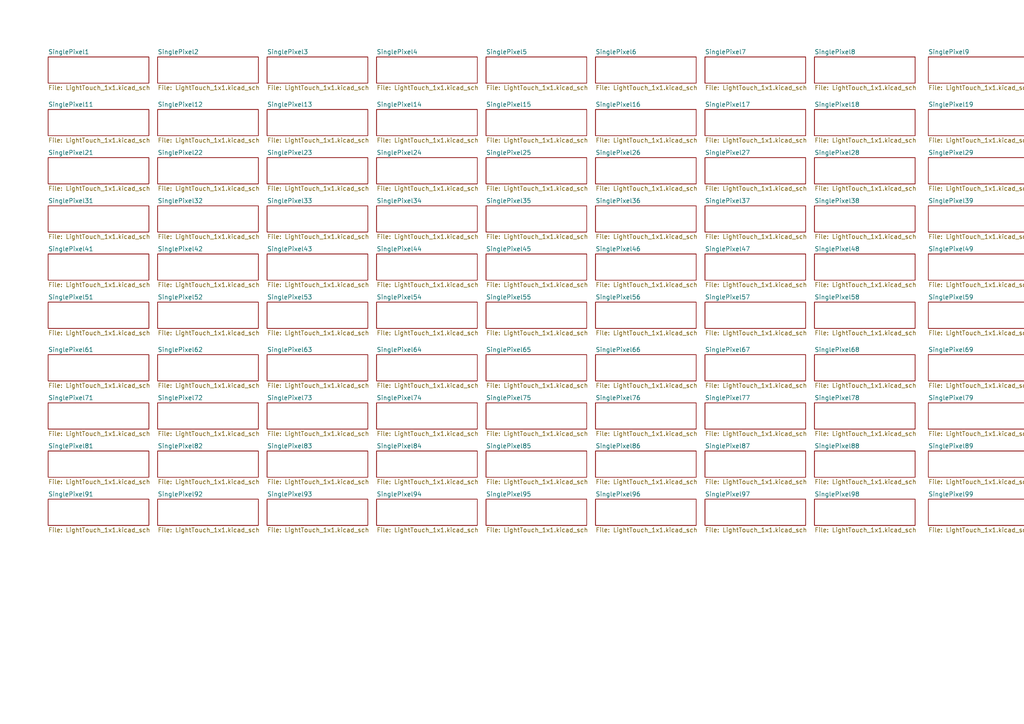
<source format=kicad_sch>
(kicad_sch
	(version 20250114)
	(generator "eeschema")
	(generator_version "9.0")
	(uuid "46dc7ff9-5ee8-4aa6-ae4f-f0407ca92e28")
	(paper "A4")
	(lib_symbols)
	(sheet
		(at 77.47 16.51)
		(size 29.21 7.62)
		(exclude_from_sim no)
		(in_bom yes)
		(on_board yes)
		(dnp no)
		(fields_autoplaced yes)
		(stroke
			(width 0.1524)
			(type solid)
		)
		(fill
			(color 0 0 0 0.0000)
		)
		(uuid "01a9dda1-c6c7-489a-bbcb-17c25dbff946")
		(property "Sheetname" "SinglePixel3"
			(at 77.47 15.7984 0)
			(effects
				(font
					(size 1.27 1.27)
				)
				(justify left bottom)
			)
		)
		(property "Sheetfile" "LightTouch_1x1.kicad_sch"
			(at 77.47 24.7146 0)
			(effects
				(font
					(size 1.27 1.27)
				)
				(justify left top)
			)
		)
		(instances
			(project "LightTouch_10x10"
				(path "/46dc7ff9-5ee8-4aa6-ae4f-f0407ca92e28"
					(page "3")
				)
			)
		)
	)
	(sheet
		(at 13.97 16.51)
		(size 29.21 7.62)
		(exclude_from_sim no)
		(in_bom yes)
		(on_board yes)
		(dnp no)
		(fields_autoplaced yes)
		(stroke
			(width 0.1524)
			(type solid)
		)
		(fill
			(color 0 0 0 0.0000)
		)
		(uuid "01e0514c-4452-4cd0-9070-af0c052bffe2")
		(property "Sheetname" "SinglePixel1"
			(at 13.97 15.7984 0)
			(effects
				(font
					(size 1.27 1.27)
				)
				(justify left bottom)
			)
		)
		(property "Sheetfile" "LightTouch_1x1.kicad_sch"
			(at 13.97 24.7146 0)
			(effects
				(font
					(size 1.27 1.27)
				)
				(justify left top)
			)
		)
		(instances
			(project "LightTouch_10x10"
				(path "/46dc7ff9-5ee8-4aa6-ae4f-f0407ca92e28"
					(page "1")
				)
			)
		)
	)
	(sheet
		(at 236.22 73.66)
		(size 29.21 7.62)
		(exclude_from_sim no)
		(in_bom yes)
		(on_board yes)
		(dnp no)
		(fields_autoplaced yes)
		(stroke
			(width 0.1524)
			(type solid)
		)
		(fill
			(color 0 0 0 0.0000)
		)
		(uuid "023700b7-9a5b-4f40-acbb-76b0597ca72a")
		(property "Sheetname" "SinglePixel48"
			(at 236.22 72.9484 0)
			(effects
				(font
					(size 1.27 1.27)
				)
				(justify left bottom)
			)
		)
		(property "Sheetfile" "LightTouch_1x1.kicad_sch"
			(at 236.22 81.8646 0)
			(effects
				(font
					(size 1.27 1.27)
				)
				(justify left top)
			)
		)
		(instances
			(project "LightTouch_10x10"
				(path "/46dc7ff9-5ee8-4aa6-ae4f-f0407ca92e28"
					(page "48")
				)
			)
		)
	)
	(sheet
		(at 236.22 31.75)
		(size 29.21 7.62)
		(exclude_from_sim no)
		(in_bom yes)
		(on_board yes)
		(dnp no)
		(fields_autoplaced yes)
		(stroke
			(width 0.1524)
			(type solid)
		)
		(fill
			(color 0 0 0 0.0000)
		)
		(uuid "03797204-a6e3-44ee-8f49-40b6dccb81b1")
		(property "Sheetname" "SinglePixel18"
			(at 236.22 31.0384 0)
			(effects
				(font
					(size 1.27 1.27)
				)
				(justify left bottom)
			)
		)
		(property "Sheetfile" "LightTouch_1x1.kicad_sch"
			(at 236.22 39.9546 0)
			(effects
				(font
					(size 1.27 1.27)
				)
				(justify left top)
			)
		)
		(instances
			(project "LightTouch_10x10"
				(path "/46dc7ff9-5ee8-4aa6-ae4f-f0407ca92e28"
					(page "18")
				)
			)
		)
	)
	(sheet
		(at 204.47 116.84)
		(size 29.21 7.62)
		(exclude_from_sim no)
		(in_bom yes)
		(on_board yes)
		(dnp no)
		(fields_autoplaced yes)
		(stroke
			(width 0.1524)
			(type solid)
		)
		(fill
			(color 0 0 0 0.0000)
		)
		(uuid "080ee3ff-d67e-45d2-b40e-d33471a3440b")
		(property "Sheetname" "SinglePixel77"
			(at 204.47 116.1284 0)
			(effects
				(font
					(size 1.27 1.27)
				)
				(justify left bottom)
			)
		)
		(property "Sheetfile" "LightTouch_1x1.kicad_sch"
			(at 204.47 125.0446 0)
			(effects
				(font
					(size 1.27 1.27)
				)
				(justify left top)
			)
		)
		(instances
			(project "LightTouch_10x10"
				(path "/46dc7ff9-5ee8-4aa6-ae4f-f0407ca92e28"
					(page "77")
				)
			)
		)
	)
	(sheet
		(at 302.26 102.87)
		(size 29.21 7.62)
		(exclude_from_sim no)
		(in_bom yes)
		(on_board yes)
		(dnp no)
		(fields_autoplaced yes)
		(stroke
			(width 0.1524)
			(type solid)
		)
		(fill
			(color 0 0 0 0.0000)
		)
		(uuid "0e6fd27c-c772-4a39-ab89-c5232101e2e8")
		(property "Sheetname" "SinglePixel70"
			(at 302.26 102.1584 0)
			(effects
				(font
					(size 1.27 1.27)
				)
				(justify left bottom)
			)
		)
		(property "Sheetfile" "LightTouch_1x1.kicad_sch"
			(at 302.26 111.0746 0)
			(effects
				(font
					(size 1.27 1.27)
				)
				(justify left top)
			)
		)
		(instances
			(project "LightTouch_10x10"
				(path "/46dc7ff9-5ee8-4aa6-ae4f-f0407ca92e28"
					(page "70")
				)
			)
		)
	)
	(sheet
		(at 109.22 116.84)
		(size 29.21 7.62)
		(exclude_from_sim no)
		(in_bom yes)
		(on_board yes)
		(dnp no)
		(fields_autoplaced yes)
		(stroke
			(width 0.1524)
			(type solid)
		)
		(fill
			(color 0 0 0 0.0000)
		)
		(uuid "0e7cecf0-07d4-4e70-8676-68a41f1d7bde")
		(property "Sheetname" "SinglePixel74"
			(at 109.22 116.1284 0)
			(effects
				(font
					(size 1.27 1.27)
				)
				(justify left bottom)
			)
		)
		(property "Sheetfile" "LightTouch_1x1.kicad_sch"
			(at 109.22 125.0446 0)
			(effects
				(font
					(size 1.27 1.27)
				)
				(justify left top)
			)
		)
		(instances
			(project "LightTouch_10x10"
				(path "/46dc7ff9-5ee8-4aa6-ae4f-f0407ca92e28"
					(page "74")
				)
			)
		)
	)
	(sheet
		(at 109.22 16.51)
		(size 29.21 7.62)
		(exclude_from_sim no)
		(in_bom yes)
		(on_board yes)
		(dnp no)
		(fields_autoplaced yes)
		(stroke
			(width 0.1524)
			(type solid)
		)
		(fill
			(color 0 0 0 0.0000)
		)
		(uuid "0fd09134-ad28-4577-a934-8a2597f9c248")
		(property "Sheetname" "SinglePixel4"
			(at 109.22 15.7984 0)
			(effects
				(font
					(size 1.27 1.27)
				)
				(justify left bottom)
			)
		)
		(property "Sheetfile" "LightTouch_1x1.kicad_sch"
			(at 109.22 24.7146 0)
			(effects
				(font
					(size 1.27 1.27)
				)
				(justify left top)
			)
		)
		(instances
			(project "LightTouch_10x10"
				(path "/46dc7ff9-5ee8-4aa6-ae4f-f0407ca92e28"
					(page "4")
				)
			)
		)
	)
	(sheet
		(at 302.26 59.69)
		(size 29.21 7.62)
		(exclude_from_sim no)
		(in_bom yes)
		(on_board yes)
		(dnp no)
		(fields_autoplaced yes)
		(stroke
			(width 0.1524)
			(type solid)
		)
		(fill
			(color 0 0 0 0.0000)
		)
		(uuid "120dc59c-9476-4203-8509-1854070490b2")
		(property "Sheetname" "SinglePixel40"
			(at 302.26 58.9784 0)
			(effects
				(font
					(size 1.27 1.27)
				)
				(justify left bottom)
			)
		)
		(property "Sheetfile" "LightTouch_1x1.kicad_sch"
			(at 302.26 67.8946 0)
			(effects
				(font
					(size 1.27 1.27)
				)
				(justify left top)
			)
		)
		(instances
			(project "LightTouch_10x10"
				(path "/46dc7ff9-5ee8-4aa6-ae4f-f0407ca92e28"
					(page "40")
				)
			)
		)
	)
	(sheet
		(at 269.24 73.66)
		(size 29.21 7.62)
		(exclude_from_sim no)
		(in_bom yes)
		(on_board yes)
		(dnp no)
		(fields_autoplaced yes)
		(stroke
			(width 0.1524)
			(type solid)
		)
		(fill
			(color 0 0 0 0.0000)
		)
		(uuid "13436358-a310-4606-a696-37d76876fdf6")
		(property "Sheetname" "SinglePixel49"
			(at 269.24 72.9484 0)
			(effects
				(font
					(size 1.27 1.27)
				)
				(justify left bottom)
			)
		)
		(property "Sheetfile" "LightTouch_1x1.kicad_sch"
			(at 269.24 81.8646 0)
			(effects
				(font
					(size 1.27 1.27)
				)
				(justify left top)
			)
		)
		(instances
			(project "LightTouch_10x10"
				(path "/46dc7ff9-5ee8-4aa6-ae4f-f0407ca92e28"
					(page "49")
				)
			)
		)
	)
	(sheet
		(at 302.26 130.81)
		(size 29.21 7.62)
		(exclude_from_sim no)
		(in_bom yes)
		(on_board yes)
		(dnp no)
		(fields_autoplaced yes)
		(stroke
			(width 0.1524)
			(type solid)
		)
		(fill
			(color 0 0 0 0.0000)
		)
		(uuid "14f7d3b6-311f-4aa5-9a04-d164e8b8b31b")
		(property "Sheetname" "SinglePixel90"
			(at 302.26 130.0984 0)
			(effects
				(font
					(size 1.27 1.27)
				)
				(justify left bottom)
			)
		)
		(property "Sheetfile" "LightTouch_1x1.kicad_sch"
			(at 302.26 139.0146 0)
			(effects
				(font
					(size 1.27 1.27)
				)
				(justify left top)
			)
		)
		(instances
			(project "LightTouch_10x10"
				(path "/46dc7ff9-5ee8-4aa6-ae4f-f0407ca92e28"
					(page "90")
				)
			)
		)
	)
	(sheet
		(at 302.26 45.72)
		(size 29.21 7.62)
		(exclude_from_sim no)
		(in_bom yes)
		(on_board yes)
		(dnp no)
		(fields_autoplaced yes)
		(stroke
			(width 0.1524)
			(type solid)
		)
		(fill
			(color 0 0 0 0.0000)
		)
		(uuid "16034fb1-7b00-445e-825b-36424a2a6884")
		(property "Sheetname" "SinglePixel30"
			(at 302.26 45.0084 0)
			(effects
				(font
					(size 1.27 1.27)
				)
				(justify left bottom)
			)
		)
		(property "Sheetfile" "LightTouch_1x1.kicad_sch"
			(at 302.26 53.9246 0)
			(effects
				(font
					(size 1.27 1.27)
				)
				(justify left top)
			)
		)
		(instances
			(project "LightTouch_10x10"
				(path "/46dc7ff9-5ee8-4aa6-ae4f-f0407ca92e28"
					(page "30")
				)
			)
		)
	)
	(sheet
		(at 109.22 87.63)
		(size 29.21 7.62)
		(exclude_from_sim no)
		(in_bom yes)
		(on_board yes)
		(dnp no)
		(fields_autoplaced yes)
		(stroke
			(width 0.1524)
			(type solid)
		)
		(fill
			(color 0 0 0 0.0000)
		)
		(uuid "16317a7e-3cf8-4ac8-a74d-0c8054182d6b")
		(property "Sheetname" "SinglePixel54"
			(at 109.22 86.9184 0)
			(effects
				(font
					(size 1.27 1.27)
				)
				(justify left bottom)
			)
		)
		(property "Sheetfile" "LightTouch_1x1.kicad_sch"
			(at 109.22 95.8346 0)
			(effects
				(font
					(size 1.27 1.27)
				)
				(justify left top)
			)
		)
		(instances
			(project "LightTouch_10x10"
				(path "/46dc7ff9-5ee8-4aa6-ae4f-f0407ca92e28"
					(page "54")
				)
			)
		)
	)
	(sheet
		(at 269.24 116.84)
		(size 29.21 7.62)
		(exclude_from_sim no)
		(in_bom yes)
		(on_board yes)
		(dnp no)
		(fields_autoplaced yes)
		(stroke
			(width 0.1524)
			(type solid)
		)
		(fill
			(color 0 0 0 0.0000)
		)
		(uuid "165e0137-6dec-427d-a42e-b393d61e2f8d")
		(property "Sheetname" "SinglePixel79"
			(at 269.24 116.1284 0)
			(effects
				(font
					(size 1.27 1.27)
				)
				(justify left bottom)
			)
		)
		(property "Sheetfile" "LightTouch_1x1.kicad_sch"
			(at 269.24 125.0446 0)
			(effects
				(font
					(size 1.27 1.27)
				)
				(justify left top)
			)
		)
		(instances
			(project "LightTouch_10x10"
				(path "/46dc7ff9-5ee8-4aa6-ae4f-f0407ca92e28"
					(page "79")
				)
			)
		)
	)
	(sheet
		(at 236.22 116.84)
		(size 29.21 7.62)
		(exclude_from_sim no)
		(in_bom yes)
		(on_board yes)
		(dnp no)
		(fields_autoplaced yes)
		(stroke
			(width 0.1524)
			(type solid)
		)
		(fill
			(color 0 0 0 0.0000)
		)
		(uuid "17412c7d-57f3-4177-bd58-f683c8326c81")
		(property "Sheetname" "SinglePixel78"
			(at 236.22 116.1284 0)
			(effects
				(font
					(size 1.27 1.27)
				)
				(justify left bottom)
			)
		)
		(property "Sheetfile" "LightTouch_1x1.kicad_sch"
			(at 236.22 125.0446 0)
			(effects
				(font
					(size 1.27 1.27)
				)
				(justify left top)
			)
		)
		(instances
			(project "LightTouch_10x10"
				(path "/46dc7ff9-5ee8-4aa6-ae4f-f0407ca92e28"
					(page "78")
				)
			)
		)
	)
	(sheet
		(at 140.97 87.63)
		(size 29.21 7.62)
		(exclude_from_sim no)
		(in_bom yes)
		(on_board yes)
		(dnp no)
		(fields_autoplaced yes)
		(stroke
			(width 0.1524)
			(type solid)
		)
		(fill
			(color 0 0 0 0.0000)
		)
		(uuid "195af5a5-2215-434d-8072-43aa27a27fa5")
		(property "Sheetname" "SinglePixel55"
			(at 140.97 86.9184 0)
			(effects
				(font
					(size 1.27 1.27)
				)
				(justify left bottom)
			)
		)
		(property "Sheetfile" "LightTouch_1x1.kicad_sch"
			(at 140.97 95.8346 0)
			(effects
				(font
					(size 1.27 1.27)
				)
				(justify left top)
			)
		)
		(instances
			(project "LightTouch_10x10"
				(path "/46dc7ff9-5ee8-4aa6-ae4f-f0407ca92e28"
					(page "55")
				)
			)
		)
	)
	(sheet
		(at 236.22 16.51)
		(size 29.21 7.62)
		(exclude_from_sim no)
		(in_bom yes)
		(on_board yes)
		(dnp no)
		(fields_autoplaced yes)
		(stroke
			(width 0.1524)
			(type solid)
		)
		(fill
			(color 0 0 0 0.0000)
		)
		(uuid "19df1b47-696a-4769-8cca-04c46ecbfb69")
		(property "Sheetname" "SinglePixel8"
			(at 236.22 15.7984 0)
			(effects
				(font
					(size 1.27 1.27)
				)
				(justify left bottom)
			)
		)
		(property "Sheetfile" "LightTouch_1x1.kicad_sch"
			(at 236.22 24.7146 0)
			(effects
				(font
					(size 1.27 1.27)
				)
				(justify left top)
			)
		)
		(instances
			(project "LightTouch_10x10"
				(path "/46dc7ff9-5ee8-4aa6-ae4f-f0407ca92e28"
					(page "8")
				)
			)
		)
	)
	(sheet
		(at 140.97 45.72)
		(size 29.21 7.62)
		(exclude_from_sim no)
		(in_bom yes)
		(on_board yes)
		(dnp no)
		(fields_autoplaced yes)
		(stroke
			(width 0.1524)
			(type solid)
		)
		(fill
			(color 0 0 0 0.0000)
		)
		(uuid "1a956729-7b05-4a42-b004-78ef37b10249")
		(property "Sheetname" "SinglePixel25"
			(at 140.97 45.0084 0)
			(effects
				(font
					(size 1.27 1.27)
				)
				(justify left bottom)
			)
		)
		(property "Sheetfile" "LightTouch_1x1.kicad_sch"
			(at 140.97 53.9246 0)
			(effects
				(font
					(size 1.27 1.27)
				)
				(justify left top)
			)
		)
		(instances
			(project "LightTouch_10x10"
				(path "/46dc7ff9-5ee8-4aa6-ae4f-f0407ca92e28"
					(page "25")
				)
			)
		)
	)
	(sheet
		(at 269.24 144.78)
		(size 29.21 7.62)
		(exclude_from_sim no)
		(in_bom yes)
		(on_board yes)
		(dnp no)
		(fields_autoplaced yes)
		(stroke
			(width 0.1524)
			(type solid)
		)
		(fill
			(color 0 0 0 0.0000)
		)
		(uuid "1bca2d0f-eeb4-4aff-95f0-b4925a9522b1")
		(property "Sheetname" "SinglePixel99"
			(at 269.24 144.0684 0)
			(effects
				(font
					(size 1.27 1.27)
				)
				(justify left bottom)
			)
		)
		(property "Sheetfile" "LightTouch_1x1.kicad_sch"
			(at 269.24 152.9846 0)
			(effects
				(font
					(size 1.27 1.27)
				)
				(justify left top)
			)
		)
		(instances
			(project "LightTouch_10x10"
				(path "/46dc7ff9-5ee8-4aa6-ae4f-f0407ca92e28"
					(page "99")
				)
			)
		)
	)
	(sheet
		(at 77.47 130.81)
		(size 29.21 7.62)
		(exclude_from_sim no)
		(in_bom yes)
		(on_board yes)
		(dnp no)
		(fields_autoplaced yes)
		(stroke
			(width 0.1524)
			(type solid)
		)
		(fill
			(color 0 0 0 0.0000)
		)
		(uuid "20460689-4e20-42fd-8e2c-9e3feed544d7")
		(property "Sheetname" "SinglePixel83"
			(at 77.47 130.0984 0)
			(effects
				(font
					(size 1.27 1.27)
				)
				(justify left bottom)
			)
		)
		(property "Sheetfile" "LightTouch_1x1.kicad_sch"
			(at 77.47 139.0146 0)
			(effects
				(font
					(size 1.27 1.27)
				)
				(justify left top)
			)
		)
		(instances
			(project "LightTouch_10x10"
				(path "/46dc7ff9-5ee8-4aa6-ae4f-f0407ca92e28"
					(page "83")
				)
			)
		)
	)
	(sheet
		(at 77.47 144.78)
		(size 29.21 7.62)
		(exclude_from_sim no)
		(in_bom yes)
		(on_board yes)
		(dnp no)
		(fields_autoplaced yes)
		(stroke
			(width 0.1524)
			(type solid)
		)
		(fill
			(color 0 0 0 0.0000)
		)
		(uuid "20dab2f0-01dc-42c2-89a9-4cbb157f1f26")
		(property "Sheetname" "SinglePixel93"
			(at 77.47 144.0684 0)
			(effects
				(font
					(size 1.27 1.27)
				)
				(justify left bottom)
			)
		)
		(property "Sheetfile" "LightTouch_1x1.kicad_sch"
			(at 77.47 152.9846 0)
			(effects
				(font
					(size 1.27 1.27)
				)
				(justify left top)
			)
		)
		(instances
			(project "LightTouch_10x10"
				(path "/46dc7ff9-5ee8-4aa6-ae4f-f0407ca92e28"
					(page "93")
				)
			)
		)
	)
	(sheet
		(at 302.26 73.66)
		(size 29.21 7.62)
		(exclude_from_sim no)
		(in_bom yes)
		(on_board yes)
		(dnp no)
		(fields_autoplaced yes)
		(stroke
			(width 0.1524)
			(type solid)
		)
		(fill
			(color 0 0 0 0.0000)
		)
		(uuid "20fe6a6a-f523-4ad1-85d9-71b1ed5df556")
		(property "Sheetname" "SinglePixel50"
			(at 302.26 72.9484 0)
			(effects
				(font
					(size 1.27 1.27)
				)
				(justify left bottom)
			)
		)
		(property "Sheetfile" "LightTouch_1x1.kicad_sch"
			(at 302.26 81.8646 0)
			(effects
				(font
					(size 1.27 1.27)
				)
				(justify left top)
			)
		)
		(instances
			(project "LightTouch_10x10"
				(path "/46dc7ff9-5ee8-4aa6-ae4f-f0407ca92e28"
					(page "50")
				)
			)
		)
	)
	(sheet
		(at 77.47 87.63)
		(size 29.21 7.62)
		(exclude_from_sim no)
		(in_bom yes)
		(on_board yes)
		(dnp no)
		(fields_autoplaced yes)
		(stroke
			(width 0.1524)
			(type solid)
		)
		(fill
			(color 0 0 0 0.0000)
		)
		(uuid "214c18fa-6cc9-44ea-ba11-542837e6c48f")
		(property "Sheetname" "SinglePixel53"
			(at 77.47 86.9184 0)
			(effects
				(font
					(size 1.27 1.27)
				)
				(justify left bottom)
			)
		)
		(property "Sheetfile" "LightTouch_1x1.kicad_sch"
			(at 77.47 95.8346 0)
			(effects
				(font
					(size 1.27 1.27)
				)
				(justify left top)
			)
		)
		(instances
			(project "LightTouch_10x10"
				(path "/46dc7ff9-5ee8-4aa6-ae4f-f0407ca92e28"
					(page "53")
				)
			)
		)
	)
	(sheet
		(at 204.47 45.72)
		(size 29.21 7.62)
		(exclude_from_sim no)
		(in_bom yes)
		(on_board yes)
		(dnp no)
		(fields_autoplaced yes)
		(stroke
			(width 0.1524)
			(type solid)
		)
		(fill
			(color 0 0 0 0.0000)
		)
		(uuid "239e5413-d92c-421b-b775-abe3dc66b1c9")
		(property "Sheetname" "SinglePixel27"
			(at 204.47 45.0084 0)
			(effects
				(font
					(size 1.27 1.27)
				)
				(justify left bottom)
			)
		)
		(property "Sheetfile" "LightTouch_1x1.kicad_sch"
			(at 204.47 53.9246 0)
			(effects
				(font
					(size 1.27 1.27)
				)
				(justify left top)
			)
		)
		(instances
			(project "LightTouch_10x10"
				(path "/46dc7ff9-5ee8-4aa6-ae4f-f0407ca92e28"
					(page "27")
				)
			)
		)
	)
	(sheet
		(at 236.22 87.63)
		(size 29.21 7.62)
		(exclude_from_sim no)
		(in_bom yes)
		(on_board yes)
		(dnp no)
		(fields_autoplaced yes)
		(stroke
			(width 0.1524)
			(type solid)
		)
		(fill
			(color 0 0 0 0.0000)
		)
		(uuid "29a3108d-784d-475a-872b-3227af2dbc49")
		(property "Sheetname" "SinglePixel58"
			(at 236.22 86.9184 0)
			(effects
				(font
					(size 1.27 1.27)
				)
				(justify left bottom)
			)
		)
		(property "Sheetfile" "LightTouch_1x1.kicad_sch"
			(at 236.22 95.8346 0)
			(effects
				(font
					(size 1.27 1.27)
				)
				(justify left top)
			)
		)
		(instances
			(project "LightTouch_10x10"
				(path "/46dc7ff9-5ee8-4aa6-ae4f-f0407ca92e28"
					(page "58")
				)
			)
		)
	)
	(sheet
		(at 302.26 116.84)
		(size 29.21 7.62)
		(exclude_from_sim no)
		(in_bom yes)
		(on_board yes)
		(dnp no)
		(fields_autoplaced yes)
		(stroke
			(width 0.1524)
			(type solid)
		)
		(fill
			(color 0 0 0 0.0000)
		)
		(uuid "2cfd92c3-b0b4-436c-89ac-65bc23b501bb")
		(property "Sheetname" "SinglePixel80"
			(at 302.26 116.1284 0)
			(effects
				(font
					(size 1.27 1.27)
				)
				(justify left bottom)
			)
		)
		(property "Sheetfile" "LightTouch_1x1.kicad_sch"
			(at 302.26 125.0446 0)
			(effects
				(font
					(size 1.27 1.27)
				)
				(justify left top)
			)
		)
		(instances
			(project "LightTouch_10x10"
				(path "/46dc7ff9-5ee8-4aa6-ae4f-f0407ca92e28"
					(page "80")
				)
			)
		)
	)
	(sheet
		(at 172.72 73.66)
		(size 29.21 7.62)
		(exclude_from_sim no)
		(in_bom yes)
		(on_board yes)
		(dnp no)
		(fields_autoplaced yes)
		(stroke
			(width 0.1524)
			(type solid)
		)
		(fill
			(color 0 0 0 0.0000)
		)
		(uuid "37ee489f-eae5-457e-a2c8-e44007fabdbb")
		(property "Sheetname" "SinglePixel46"
			(at 172.72 72.9484 0)
			(effects
				(font
					(size 1.27 1.27)
				)
				(justify left bottom)
			)
		)
		(property "Sheetfile" "LightTouch_1x1.kicad_sch"
			(at 172.72 81.8646 0)
			(effects
				(font
					(size 1.27 1.27)
				)
				(justify left top)
			)
		)
		(instances
			(project "LightTouch_10x10"
				(path "/46dc7ff9-5ee8-4aa6-ae4f-f0407ca92e28"
					(page "46")
				)
			)
		)
	)
	(sheet
		(at 236.22 59.69)
		(size 29.21 7.62)
		(exclude_from_sim no)
		(in_bom yes)
		(on_board yes)
		(dnp no)
		(fields_autoplaced yes)
		(stroke
			(width 0.1524)
			(type solid)
		)
		(fill
			(color 0 0 0 0.0000)
		)
		(uuid "3897df1e-5359-4c0f-bbdf-8a85baad667b")
		(property "Sheetname" "SinglePixel38"
			(at 236.22 58.9784 0)
			(effects
				(font
					(size 1.27 1.27)
				)
				(justify left bottom)
			)
		)
		(property "Sheetfile" "LightTouch_1x1.kicad_sch"
			(at 236.22 67.8946 0)
			(effects
				(font
					(size 1.27 1.27)
				)
				(justify left top)
			)
		)
		(instances
			(project "LightTouch_10x10"
				(path "/46dc7ff9-5ee8-4aa6-ae4f-f0407ca92e28"
					(page "38")
				)
			)
		)
	)
	(sheet
		(at 77.47 102.87)
		(size 29.21 7.62)
		(exclude_from_sim no)
		(in_bom yes)
		(on_board yes)
		(dnp no)
		(fields_autoplaced yes)
		(stroke
			(width 0.1524)
			(type solid)
		)
		(fill
			(color 0 0 0 0.0000)
		)
		(uuid "3a661136-5347-4149-9310-bf96c670f066")
		(property "Sheetname" "SinglePixel63"
			(at 77.47 102.1584 0)
			(effects
				(font
					(size 1.27 1.27)
				)
				(justify left bottom)
			)
		)
		(property "Sheetfile" "LightTouch_1x1.kicad_sch"
			(at 77.47 111.0746 0)
			(effects
				(font
					(size 1.27 1.27)
				)
				(justify left top)
			)
		)
		(instances
			(project "LightTouch_10x10"
				(path "/46dc7ff9-5ee8-4aa6-ae4f-f0407ca92e28"
					(page "63")
				)
			)
		)
	)
	(sheet
		(at 45.72 116.84)
		(size 29.21 7.62)
		(exclude_from_sim no)
		(in_bom yes)
		(on_board yes)
		(dnp no)
		(fields_autoplaced yes)
		(stroke
			(width 0.1524)
			(type solid)
		)
		(fill
			(color 0 0 0 0.0000)
		)
		(uuid "3b995206-b013-401c-bd52-62c7ac15d94e")
		(property "Sheetname" "SinglePixel72"
			(at 45.72 116.1284 0)
			(effects
				(font
					(size 1.27 1.27)
				)
				(justify left bottom)
			)
		)
		(property "Sheetfile" "LightTouch_1x1.kicad_sch"
			(at 45.72 125.0446 0)
			(effects
				(font
					(size 1.27 1.27)
				)
				(justify left top)
			)
		)
		(instances
			(project "LightTouch_10x10"
				(path "/46dc7ff9-5ee8-4aa6-ae4f-f0407ca92e28"
					(page "72")
				)
			)
		)
	)
	(sheet
		(at 140.97 31.75)
		(size 29.21 7.62)
		(exclude_from_sim no)
		(in_bom yes)
		(on_board yes)
		(dnp no)
		(fields_autoplaced yes)
		(stroke
			(width 0.1524)
			(type solid)
		)
		(fill
			(color 0 0 0 0.0000)
		)
		(uuid "3c1ad2c1-241e-4cae-8334-d63b3fff399a")
		(property "Sheetname" "SinglePixel15"
			(at 140.97 31.0384 0)
			(effects
				(font
					(size 1.27 1.27)
				)
				(justify left bottom)
			)
		)
		(property "Sheetfile" "LightTouch_1x1.kicad_sch"
			(at 140.97 39.9546 0)
			(effects
				(font
					(size 1.27 1.27)
				)
				(justify left top)
			)
		)
		(instances
			(project "LightTouch_10x10"
				(path "/46dc7ff9-5ee8-4aa6-ae4f-f0407ca92e28"
					(page "15")
				)
			)
		)
	)
	(sheet
		(at 140.97 16.51)
		(size 29.21 7.62)
		(exclude_from_sim no)
		(in_bom yes)
		(on_board yes)
		(dnp no)
		(fields_autoplaced yes)
		(stroke
			(width 0.1524)
			(type solid)
		)
		(fill
			(color 0 0 0 0.0000)
		)
		(uuid "3c231555-567c-4f52-9021-63f08d5fb3cb")
		(property "Sheetname" "SinglePixel5"
			(at 140.97 15.7984 0)
			(effects
				(font
					(size 1.27 1.27)
				)
				(justify left bottom)
			)
		)
		(property "Sheetfile" "LightTouch_1x1.kicad_sch"
			(at 140.97 24.7146 0)
			(effects
				(font
					(size 1.27 1.27)
				)
				(justify left top)
			)
		)
		(instances
			(project "LightTouch_10x10"
				(path "/46dc7ff9-5ee8-4aa6-ae4f-f0407ca92e28"
					(page "5")
				)
			)
		)
	)
	(sheet
		(at 109.22 31.75)
		(size 29.21 7.62)
		(exclude_from_sim no)
		(in_bom yes)
		(on_board yes)
		(dnp no)
		(fields_autoplaced yes)
		(stroke
			(width 0.1524)
			(type solid)
		)
		(fill
			(color 0 0 0 0.0000)
		)
		(uuid "3c5ce6e7-eae3-42b6-9151-ceb91fe57c81")
		(property "Sheetname" "SinglePixel14"
			(at 109.22 31.0384 0)
			(effects
				(font
					(size 1.27 1.27)
				)
				(justify left bottom)
			)
		)
		(property "Sheetfile" "LightTouch_1x1.kicad_sch"
			(at 109.22 39.9546 0)
			(effects
				(font
					(size 1.27 1.27)
				)
				(justify left top)
			)
		)
		(instances
			(project "LightTouch_10x10"
				(path "/46dc7ff9-5ee8-4aa6-ae4f-f0407ca92e28"
					(page "14")
				)
			)
		)
	)
	(sheet
		(at 236.22 130.81)
		(size 29.21 7.62)
		(exclude_from_sim no)
		(in_bom yes)
		(on_board yes)
		(dnp no)
		(fields_autoplaced yes)
		(stroke
			(width 0.1524)
			(type solid)
		)
		(fill
			(color 0 0 0 0.0000)
		)
		(uuid "3d6ac068-f320-4e46-ae18-eeff4ec5fcc4")
		(property "Sheetname" "SinglePixel88"
			(at 236.22 130.0984 0)
			(effects
				(font
					(size 1.27 1.27)
				)
				(justify left bottom)
			)
		)
		(property "Sheetfile" "LightTouch_1x1.kicad_sch"
			(at 236.22 139.0146 0)
			(effects
				(font
					(size 1.27 1.27)
				)
				(justify left top)
			)
		)
		(instances
			(project "LightTouch_10x10"
				(path "/46dc7ff9-5ee8-4aa6-ae4f-f0407ca92e28"
					(page "88")
				)
			)
		)
	)
	(sheet
		(at 13.97 31.75)
		(size 29.21 7.62)
		(exclude_from_sim no)
		(in_bom yes)
		(on_board yes)
		(dnp no)
		(fields_autoplaced yes)
		(stroke
			(width 0.1524)
			(type solid)
		)
		(fill
			(color 0 0 0 0.0000)
		)
		(uuid "3f7f3567-bab6-4199-a61e-dfb352090ba6")
		(property "Sheetname" "SinglePixel11"
			(at 13.97 31.0384 0)
			(effects
				(font
					(size 1.27 1.27)
				)
				(justify left bottom)
			)
		)
		(property "Sheetfile" "LightTouch_1x1.kicad_sch"
			(at 13.97 39.9546 0)
			(effects
				(font
					(size 1.27 1.27)
				)
				(justify left top)
			)
		)
		(instances
			(project "LightTouch_10x10"
				(path "/46dc7ff9-5ee8-4aa6-ae4f-f0407ca92e28"
					(page "11")
				)
			)
		)
	)
	(sheet
		(at 13.97 59.69)
		(size 29.21 7.62)
		(exclude_from_sim no)
		(in_bom yes)
		(on_board yes)
		(dnp no)
		(fields_autoplaced yes)
		(stroke
			(width 0.1524)
			(type solid)
		)
		(fill
			(color 0 0 0 0.0000)
		)
		(uuid "44dda154-d15a-4029-8442-74bea96f831f")
		(property "Sheetname" "SinglePixel31"
			(at 13.97 58.9784 0)
			(effects
				(font
					(size 1.27 1.27)
				)
				(justify left bottom)
			)
		)
		(property "Sheetfile" "LightTouch_1x1.kicad_sch"
			(at 13.97 67.8946 0)
			(effects
				(font
					(size 1.27 1.27)
				)
				(justify left top)
			)
		)
		(instances
			(project "LightTouch_10x10"
				(path "/46dc7ff9-5ee8-4aa6-ae4f-f0407ca92e28"
					(page "31")
				)
			)
		)
	)
	(sheet
		(at 140.97 144.78)
		(size 29.21 7.62)
		(exclude_from_sim no)
		(in_bom yes)
		(on_board yes)
		(dnp no)
		(fields_autoplaced yes)
		(stroke
			(width 0.1524)
			(type solid)
		)
		(fill
			(color 0 0 0 0.0000)
		)
		(uuid "46dbf497-de4b-45c3-a0be-d0496a781e4d")
		(property "Sheetname" "SinglePixel95"
			(at 140.97 144.0684 0)
			(effects
				(font
					(size 1.27 1.27)
				)
				(justify left bottom)
			)
		)
		(property "Sheetfile" "LightTouch_1x1.kicad_sch"
			(at 140.97 152.9846 0)
			(effects
				(font
					(size 1.27 1.27)
				)
				(justify left top)
			)
		)
		(instances
			(project "LightTouch_10x10"
				(path "/46dc7ff9-5ee8-4aa6-ae4f-f0407ca92e28"
					(page "95")
				)
			)
		)
	)
	(sheet
		(at 77.47 59.69)
		(size 29.21 7.62)
		(exclude_from_sim no)
		(in_bom yes)
		(on_board yes)
		(dnp no)
		(fields_autoplaced yes)
		(stroke
			(width 0.1524)
			(type solid)
		)
		(fill
			(color 0 0 0 0.0000)
		)
		(uuid "46ed0c57-de6a-448b-b2f6-ed01e1cfbca5")
		(property "Sheetname" "SinglePixel33"
			(at 77.47 58.9784 0)
			(effects
				(font
					(size 1.27 1.27)
				)
				(justify left bottom)
			)
		)
		(property "Sheetfile" "LightTouch_1x1.kicad_sch"
			(at 77.47 67.8946 0)
			(effects
				(font
					(size 1.27 1.27)
				)
				(justify left top)
			)
		)
		(instances
			(project "LightTouch_10x10"
				(path "/46dc7ff9-5ee8-4aa6-ae4f-f0407ca92e28"
					(page "33")
				)
			)
		)
	)
	(sheet
		(at 302.26 16.51)
		(size 29.21 7.62)
		(exclude_from_sim no)
		(in_bom yes)
		(on_board yes)
		(dnp no)
		(fields_autoplaced yes)
		(stroke
			(width 0.1524)
			(type solid)
		)
		(fill
			(color 0 0 0 0.0000)
		)
		(uuid "485d1ee5-541b-4a2b-a199-a190b3251ffd")
		(property "Sheetname" "SinglePixel10"
			(at 302.26 15.7984 0)
			(effects
				(font
					(size 1.27 1.27)
				)
				(justify left bottom)
			)
		)
		(property "Sheetfile" "LightTouch_1x1.kicad_sch"
			(at 302.26 24.7146 0)
			(effects
				(font
					(size 1.27 1.27)
				)
				(justify left top)
			)
		)
		(instances
			(project "LightTouch_10x10"
				(path "/46dc7ff9-5ee8-4aa6-ae4f-f0407ca92e28"
					(page "10")
				)
			)
		)
	)
	(sheet
		(at 45.72 59.69)
		(size 29.21 7.62)
		(exclude_from_sim no)
		(in_bom yes)
		(on_board yes)
		(dnp no)
		(fields_autoplaced yes)
		(stroke
			(width 0.1524)
			(type solid)
		)
		(fill
			(color 0 0 0 0.0000)
		)
		(uuid "4b256045-a3cb-496d-af3d-84bcf76584ee")
		(property "Sheetname" "SinglePixel32"
			(at 45.72 58.9784 0)
			(effects
				(font
					(size 1.27 1.27)
				)
				(justify left bottom)
			)
		)
		(property "Sheetfile" "LightTouch_1x1.kicad_sch"
			(at 45.72 67.8946 0)
			(effects
				(font
					(size 1.27 1.27)
				)
				(justify left top)
			)
		)
		(instances
			(project "LightTouch_10x10"
				(path "/46dc7ff9-5ee8-4aa6-ae4f-f0407ca92e28"
					(page "32")
				)
			)
		)
	)
	(sheet
		(at 13.97 87.63)
		(size 29.21 7.62)
		(exclude_from_sim no)
		(in_bom yes)
		(on_board yes)
		(dnp no)
		(fields_autoplaced yes)
		(stroke
			(width 0.1524)
			(type solid)
		)
		(fill
			(color 0 0 0 0.0000)
		)
		(uuid "4c84f249-a13c-46b8-a1d2-86716fff7a02")
		(property "Sheetname" "SinglePixel51"
			(at 13.97 86.9184 0)
			(effects
				(font
					(size 1.27 1.27)
				)
				(justify left bottom)
			)
		)
		(property "Sheetfile" "LightTouch_1x1.kicad_sch"
			(at 13.97 95.8346 0)
			(effects
				(font
					(size 1.27 1.27)
				)
				(justify left top)
			)
		)
		(instances
			(project "LightTouch_10x10"
				(path "/46dc7ff9-5ee8-4aa6-ae4f-f0407ca92e28"
					(page "51")
				)
			)
		)
	)
	(sheet
		(at 109.22 102.87)
		(size 29.21 7.62)
		(exclude_from_sim no)
		(in_bom yes)
		(on_board yes)
		(dnp no)
		(fields_autoplaced yes)
		(stroke
			(width 0.1524)
			(type solid)
		)
		(fill
			(color 0 0 0 0.0000)
		)
		(uuid "4c9f728c-1b03-4705-9ccf-984e2f320951")
		(property "Sheetname" "SinglePixel64"
			(at 109.22 102.1584 0)
			(effects
				(font
					(size 1.27 1.27)
				)
				(justify left bottom)
			)
		)
		(property "Sheetfile" "LightTouch_1x1.kicad_sch"
			(at 109.22 111.0746 0)
			(effects
				(font
					(size 1.27 1.27)
				)
				(justify left top)
			)
		)
		(instances
			(project "LightTouch_10x10"
				(path "/46dc7ff9-5ee8-4aa6-ae4f-f0407ca92e28"
					(page "64")
				)
			)
		)
	)
	(sheet
		(at 204.47 59.69)
		(size 29.21 7.62)
		(exclude_from_sim no)
		(in_bom yes)
		(on_board yes)
		(dnp no)
		(fields_autoplaced yes)
		(stroke
			(width 0.1524)
			(type solid)
		)
		(fill
			(color 0 0 0 0.0000)
		)
		(uuid "4d47b320-ba73-4693-9b86-abbdcc9be5ac")
		(property "Sheetname" "SinglePixel37"
			(at 204.47 58.9784 0)
			(effects
				(font
					(size 1.27 1.27)
				)
				(justify left bottom)
			)
		)
		(property "Sheetfile" "LightTouch_1x1.kicad_sch"
			(at 204.47 67.8946 0)
			(effects
				(font
					(size 1.27 1.27)
				)
				(justify left top)
			)
		)
		(instances
			(project "LightTouch_10x10"
				(path "/46dc7ff9-5ee8-4aa6-ae4f-f0407ca92e28"
					(page "37")
				)
			)
		)
	)
	(sheet
		(at 13.97 45.72)
		(size 29.21 7.62)
		(exclude_from_sim no)
		(in_bom yes)
		(on_board yes)
		(dnp no)
		(fields_autoplaced yes)
		(stroke
			(width 0.1524)
			(type solid)
		)
		(fill
			(color 0 0 0 0.0000)
		)
		(uuid "4fb343bd-c172-4787-8d81-2c184da7b7b6")
		(property "Sheetname" "SinglePixel21"
			(at 13.97 45.0084 0)
			(effects
				(font
					(size 1.27 1.27)
				)
				(justify left bottom)
			)
		)
		(property "Sheetfile" "LightTouch_1x1.kicad_sch"
			(at 13.97 53.9246 0)
			(effects
				(font
					(size 1.27 1.27)
				)
				(justify left top)
			)
		)
		(instances
			(project "LightTouch_10x10"
				(path "/46dc7ff9-5ee8-4aa6-ae4f-f0407ca92e28"
					(page "21")
				)
			)
		)
	)
	(sheet
		(at 302.26 31.75)
		(size 29.21 7.62)
		(exclude_from_sim no)
		(in_bom yes)
		(on_board yes)
		(dnp no)
		(fields_autoplaced yes)
		(stroke
			(width 0.1524)
			(type solid)
		)
		(fill
			(color 0 0 0 0.0000)
		)
		(uuid "501ca31e-4071-42c9-9492-7faeea6029b4")
		(property "Sheetname" "SinglePixel20"
			(at 302.26 31.0384 0)
			(effects
				(font
					(size 1.27 1.27)
				)
				(justify left bottom)
			)
		)
		(property "Sheetfile" "LightTouch_1x1.kicad_sch"
			(at 302.26 39.9546 0)
			(effects
				(font
					(size 1.27 1.27)
				)
				(justify left top)
			)
		)
		(instances
			(project "LightTouch_10x10"
				(path "/46dc7ff9-5ee8-4aa6-ae4f-f0407ca92e28"
					(page "20")
				)
			)
		)
	)
	(sheet
		(at 236.22 45.72)
		(size 29.21 7.62)
		(exclude_from_sim no)
		(in_bom yes)
		(on_board yes)
		(dnp no)
		(fields_autoplaced yes)
		(stroke
			(width 0.1524)
			(type solid)
		)
		(fill
			(color 0 0 0 0.0000)
		)
		(uuid "50de2059-6cb2-46e7-8325-46b8758a5bd6")
		(property "Sheetname" "SinglePixel28"
			(at 236.22 45.0084 0)
			(effects
				(font
					(size 1.27 1.27)
				)
				(justify left bottom)
			)
		)
		(property "Sheetfile" "LightTouch_1x1.kicad_sch"
			(at 236.22 53.9246 0)
			(effects
				(font
					(size 1.27 1.27)
				)
				(justify left top)
			)
		)
		(instances
			(project "LightTouch_10x10"
				(path "/46dc7ff9-5ee8-4aa6-ae4f-f0407ca92e28"
					(page "28")
				)
			)
		)
	)
	(sheet
		(at 269.24 102.87)
		(size 29.21 7.62)
		(exclude_from_sim no)
		(in_bom yes)
		(on_board yes)
		(dnp no)
		(fields_autoplaced yes)
		(stroke
			(width 0.1524)
			(type solid)
		)
		(fill
			(color 0 0 0 0.0000)
		)
		(uuid "527e2b28-f696-48f0-8fef-afd6313da5ed")
		(property "Sheetname" "SinglePixel69"
			(at 269.24 102.1584 0)
			(effects
				(font
					(size 1.27 1.27)
				)
				(justify left bottom)
			)
		)
		(property "Sheetfile" "LightTouch_1x1.kicad_sch"
			(at 269.24 111.0746 0)
			(effects
				(font
					(size 1.27 1.27)
				)
				(justify left top)
			)
		)
		(instances
			(project "LightTouch_10x10"
				(path "/46dc7ff9-5ee8-4aa6-ae4f-f0407ca92e28"
					(page "69")
				)
			)
		)
	)
	(sheet
		(at 77.47 73.66)
		(size 29.21 7.62)
		(exclude_from_sim no)
		(in_bom yes)
		(on_board yes)
		(dnp no)
		(fields_autoplaced yes)
		(stroke
			(width 0.1524)
			(type solid)
		)
		(fill
			(color 0 0 0 0.0000)
		)
		(uuid "55705da8-5228-4414-84fc-87f6f6bc1c7c")
		(property "Sheetname" "SinglePixel43"
			(at 77.47 72.9484 0)
			(effects
				(font
					(size 1.27 1.27)
				)
				(justify left bottom)
			)
		)
		(property "Sheetfile" "LightTouch_1x1.kicad_sch"
			(at 77.47 81.8646 0)
			(effects
				(font
					(size 1.27 1.27)
				)
				(justify left top)
			)
		)
		(instances
			(project "LightTouch_10x10"
				(path "/46dc7ff9-5ee8-4aa6-ae4f-f0407ca92e28"
					(page "43")
				)
			)
		)
	)
	(sheet
		(at 109.22 59.69)
		(size 29.21 7.62)
		(exclude_from_sim no)
		(in_bom yes)
		(on_board yes)
		(dnp no)
		(fields_autoplaced yes)
		(stroke
			(width 0.1524)
			(type solid)
		)
		(fill
			(color 0 0 0 0.0000)
		)
		(uuid "55e1c2d9-6dc0-4d4f-8742-3e7120ae0942")
		(property "Sheetname" "SinglePixel34"
			(at 109.22 58.9784 0)
			(effects
				(font
					(size 1.27 1.27)
				)
				(justify left bottom)
			)
		)
		(property "Sheetfile" "LightTouch_1x1.kicad_sch"
			(at 109.22 67.8946 0)
			(effects
				(font
					(size 1.27 1.27)
				)
				(justify left top)
			)
		)
		(instances
			(project "LightTouch_10x10"
				(path "/46dc7ff9-5ee8-4aa6-ae4f-f0407ca92e28"
					(page "34")
				)
			)
		)
	)
	(sheet
		(at 140.97 102.87)
		(size 29.21 7.62)
		(exclude_from_sim no)
		(in_bom yes)
		(on_board yes)
		(dnp no)
		(fields_autoplaced yes)
		(stroke
			(width 0.1524)
			(type solid)
		)
		(fill
			(color 0 0 0 0.0000)
		)
		(uuid "5694dec9-e954-4b51-86dc-e4ff18417469")
		(property "Sheetname" "SinglePixel65"
			(at 140.97 102.1584 0)
			(effects
				(font
					(size 1.27 1.27)
				)
				(justify left bottom)
			)
		)
		(property "Sheetfile" "LightTouch_1x1.kicad_sch"
			(at 140.97 111.0746 0)
			(effects
				(font
					(size 1.27 1.27)
				)
				(justify left top)
			)
		)
		(instances
			(project "LightTouch_10x10"
				(path "/46dc7ff9-5ee8-4aa6-ae4f-f0407ca92e28"
					(page "65")
				)
			)
		)
	)
	(sheet
		(at 45.72 87.63)
		(size 29.21 7.62)
		(exclude_from_sim no)
		(in_bom yes)
		(on_board yes)
		(dnp no)
		(fields_autoplaced yes)
		(stroke
			(width 0.1524)
			(type solid)
		)
		(fill
			(color 0 0 0 0.0000)
		)
		(uuid "56d88f18-4364-4958-953b-64f917ada8e8")
		(property "Sheetname" "SinglePixel52"
			(at 45.72 86.9184 0)
			(effects
				(font
					(size 1.27 1.27)
				)
				(justify left bottom)
			)
		)
		(property "Sheetfile" "LightTouch_1x1.kicad_sch"
			(at 45.72 95.8346 0)
			(effects
				(font
					(size 1.27 1.27)
				)
				(justify left top)
			)
		)
		(instances
			(project "LightTouch_10x10"
				(path "/46dc7ff9-5ee8-4aa6-ae4f-f0407ca92e28"
					(page "52")
				)
			)
		)
	)
	(sheet
		(at 204.47 16.51)
		(size 29.21 7.62)
		(exclude_from_sim no)
		(in_bom yes)
		(on_board yes)
		(dnp no)
		(fields_autoplaced yes)
		(stroke
			(width 0.1524)
			(type solid)
		)
		(fill
			(color 0 0 0 0.0000)
		)
		(uuid "572e8c2c-3887-4279-913f-4257fe05c4a9")
		(property "Sheetname" "SinglePixel7"
			(at 204.47 15.7984 0)
			(effects
				(font
					(size 1.27 1.27)
				)
				(justify left bottom)
			)
		)
		(property "Sheetfile" "LightTouch_1x1.kicad_sch"
			(at 204.47 24.7146 0)
			(effects
				(font
					(size 1.27 1.27)
				)
				(justify left top)
			)
		)
		(instances
			(project "LightTouch_10x10"
				(path "/46dc7ff9-5ee8-4aa6-ae4f-f0407ca92e28"
					(page "7")
				)
			)
		)
	)
	(sheet
		(at 77.47 45.72)
		(size 29.21 7.62)
		(exclude_from_sim no)
		(in_bom yes)
		(on_board yes)
		(dnp no)
		(fields_autoplaced yes)
		(stroke
			(width 0.1524)
			(type solid)
		)
		(fill
			(color 0 0 0 0.0000)
		)
		(uuid "5e8b2d57-2943-4b5a-820b-1a1954a2b195")
		(property "Sheetname" "SinglePixel23"
			(at 77.47 45.0084 0)
			(effects
				(font
					(size 1.27 1.27)
				)
				(justify left bottom)
			)
		)
		(property "Sheetfile" "LightTouch_1x1.kicad_sch"
			(at 77.47 53.9246 0)
			(effects
				(font
					(size 1.27 1.27)
				)
				(justify left top)
			)
		)
		(instances
			(project "LightTouch_10x10"
				(path "/46dc7ff9-5ee8-4aa6-ae4f-f0407ca92e28"
					(page "23")
				)
			)
		)
	)
	(sheet
		(at 204.47 130.81)
		(size 29.21 7.62)
		(exclude_from_sim no)
		(in_bom yes)
		(on_board yes)
		(dnp no)
		(fields_autoplaced yes)
		(stroke
			(width 0.1524)
			(type solid)
		)
		(fill
			(color 0 0 0 0.0000)
		)
		(uuid "6134c39f-57c8-47d3-8069-e5f9c2706e44")
		(property "Sheetname" "SinglePixel87"
			(at 204.47 130.0984 0)
			(effects
				(font
					(size 1.27 1.27)
				)
				(justify left bottom)
			)
		)
		(property "Sheetfile" "LightTouch_1x1.kicad_sch"
			(at 204.47 139.0146 0)
			(effects
				(font
					(size 1.27 1.27)
				)
				(justify left top)
			)
		)
		(instances
			(project "LightTouch_10x10"
				(path "/46dc7ff9-5ee8-4aa6-ae4f-f0407ca92e28"
					(page "87")
				)
			)
		)
	)
	(sheet
		(at 13.97 102.87)
		(size 29.21 7.62)
		(exclude_from_sim no)
		(in_bom yes)
		(on_board yes)
		(dnp no)
		(fields_autoplaced yes)
		(stroke
			(width 0.1524)
			(type solid)
		)
		(fill
			(color 0 0 0 0.0000)
		)
		(uuid "64ac4398-04e1-4f99-93f5-e5e23621b330")
		(property "Sheetname" "SinglePixel61"
			(at 13.97 102.1584 0)
			(effects
				(font
					(size 1.27 1.27)
				)
				(justify left bottom)
			)
		)
		(property "Sheetfile" "LightTouch_1x1.kicad_sch"
			(at 13.97 111.0746 0)
			(effects
				(font
					(size 1.27 1.27)
				)
				(justify left top)
			)
		)
		(instances
			(project "LightTouch_10x10"
				(path "/46dc7ff9-5ee8-4aa6-ae4f-f0407ca92e28"
					(page "61")
				)
			)
		)
	)
	(sheet
		(at 45.72 102.87)
		(size 29.21 7.62)
		(exclude_from_sim no)
		(in_bom yes)
		(on_board yes)
		(dnp no)
		(fields_autoplaced yes)
		(stroke
			(width 0.1524)
			(type solid)
		)
		(fill
			(color 0 0 0 0.0000)
		)
		(uuid "682bd366-4f0e-4fc5-9608-7d61bc07d691")
		(property "Sheetname" "SinglePixel62"
			(at 45.72 102.1584 0)
			(effects
				(font
					(size 1.27 1.27)
				)
				(justify left bottom)
			)
		)
		(property "Sheetfile" "LightTouch_1x1.kicad_sch"
			(at 45.72 111.0746 0)
			(effects
				(font
					(size 1.27 1.27)
				)
				(justify left top)
			)
		)
		(instances
			(project "LightTouch_10x10"
				(path "/46dc7ff9-5ee8-4aa6-ae4f-f0407ca92e28"
					(page "62")
				)
			)
		)
	)
	(sheet
		(at 172.72 102.87)
		(size 29.21 7.62)
		(exclude_from_sim no)
		(in_bom yes)
		(on_board yes)
		(dnp no)
		(fields_autoplaced yes)
		(stroke
			(width 0.1524)
			(type solid)
		)
		(fill
			(color 0 0 0 0.0000)
		)
		(uuid "6b96cabd-d65c-4d3f-8468-5c9f24640d91")
		(property "Sheetname" "SinglePixel66"
			(at 172.72 102.1584 0)
			(effects
				(font
					(size 1.27 1.27)
				)
				(justify left bottom)
			)
		)
		(property "Sheetfile" "LightTouch_1x1.kicad_sch"
			(at 172.72 111.0746 0)
			(effects
				(font
					(size 1.27 1.27)
				)
				(justify left top)
			)
		)
		(instances
			(project "LightTouch_10x10"
				(path "/46dc7ff9-5ee8-4aa6-ae4f-f0407ca92e28"
					(page "66")
				)
			)
		)
	)
	(sheet
		(at 77.47 31.75)
		(size 29.21 7.62)
		(exclude_from_sim no)
		(in_bom yes)
		(on_board yes)
		(dnp no)
		(fields_autoplaced yes)
		(stroke
			(width 0.1524)
			(type solid)
		)
		(fill
			(color 0 0 0 0.0000)
		)
		(uuid "6da31f35-3e46-4b56-b297-98b9274fe7ac")
		(property "Sheetname" "SinglePixel13"
			(at 77.47 31.0384 0)
			(effects
				(font
					(size 1.27 1.27)
				)
				(justify left bottom)
			)
		)
		(property "Sheetfile" "LightTouch_1x1.kicad_sch"
			(at 77.47 39.9546 0)
			(effects
				(font
					(size 1.27 1.27)
				)
				(justify left top)
			)
		)
		(instances
			(project "LightTouch_10x10"
				(path "/46dc7ff9-5ee8-4aa6-ae4f-f0407ca92e28"
					(page "13")
				)
			)
		)
	)
	(sheet
		(at 13.97 130.81)
		(size 29.21 7.62)
		(exclude_from_sim no)
		(in_bom yes)
		(on_board yes)
		(dnp no)
		(fields_autoplaced yes)
		(stroke
			(width 0.1524)
			(type solid)
		)
		(fill
			(color 0 0 0 0.0000)
		)
		(uuid "75d8147a-95bb-4100-9ce6-438a766c9aaf")
		(property "Sheetname" "SinglePixel81"
			(at 13.97 130.0984 0)
			(effects
				(font
					(size 1.27 1.27)
				)
				(justify left bottom)
			)
		)
		(property "Sheetfile" "LightTouch_1x1.kicad_sch"
			(at 13.97 139.0146 0)
			(effects
				(font
					(size 1.27 1.27)
				)
				(justify left top)
			)
		)
		(instances
			(project "LightTouch_10x10"
				(path "/46dc7ff9-5ee8-4aa6-ae4f-f0407ca92e28"
					(page "81")
				)
			)
		)
	)
	(sheet
		(at 269.24 16.51)
		(size 29.21 7.62)
		(exclude_from_sim no)
		(in_bom yes)
		(on_board yes)
		(dnp no)
		(fields_autoplaced yes)
		(stroke
			(width 0.1524)
			(type solid)
		)
		(fill
			(color 0 0 0 0.0000)
		)
		(uuid "7a233ddf-e676-43c6-9a6b-ae4bc109caea")
		(property "Sheetname" "SinglePixel9"
			(at 269.24 15.7984 0)
			(effects
				(font
					(size 1.27 1.27)
				)
				(justify left bottom)
			)
		)
		(property "Sheetfile" "LightTouch_1x1.kicad_sch"
			(at 269.24 24.7146 0)
			(effects
				(font
					(size 1.27 1.27)
				)
				(justify left top)
			)
		)
		(instances
			(project "LightTouch_10x10"
				(path "/46dc7ff9-5ee8-4aa6-ae4f-f0407ca92e28"
					(page "9")
				)
			)
		)
	)
	(sheet
		(at 45.72 31.75)
		(size 29.21 7.62)
		(exclude_from_sim no)
		(in_bom yes)
		(on_board yes)
		(dnp no)
		(fields_autoplaced yes)
		(stroke
			(width 0.1524)
			(type solid)
		)
		(fill
			(color 0 0 0 0.0000)
		)
		(uuid "7e68e061-7718-4115-8e5e-2f679d1a20ac")
		(property "Sheetname" "SinglePixel12"
			(at 45.72 31.0384 0)
			(effects
				(font
					(size 1.27 1.27)
				)
				(justify left bottom)
			)
		)
		(property "Sheetfile" "LightTouch_1x1.kicad_sch"
			(at 45.72 39.9546 0)
			(effects
				(font
					(size 1.27 1.27)
				)
				(justify left top)
			)
		)
		(instances
			(project "LightTouch_10x10"
				(path "/46dc7ff9-5ee8-4aa6-ae4f-f0407ca92e28"
					(page "12")
				)
			)
		)
	)
	(sheet
		(at 172.72 59.69)
		(size 29.21 7.62)
		(exclude_from_sim no)
		(in_bom yes)
		(on_board yes)
		(dnp no)
		(fields_autoplaced yes)
		(stroke
			(width 0.1524)
			(type solid)
		)
		(fill
			(color 0 0 0 0.0000)
		)
		(uuid "8168b735-1e04-4ebf-8f8b-08435bede745")
		(property "Sheetname" "SinglePixel36"
			(at 172.72 58.9784 0)
			(effects
				(font
					(size 1.27 1.27)
				)
				(justify left bottom)
			)
		)
		(property "Sheetfile" "LightTouch_1x1.kicad_sch"
			(at 172.72 67.8946 0)
			(effects
				(font
					(size 1.27 1.27)
				)
				(justify left top)
			)
		)
		(instances
			(project "LightTouch_10x10"
				(path "/46dc7ff9-5ee8-4aa6-ae4f-f0407ca92e28"
					(page "36")
				)
			)
		)
	)
	(sheet
		(at 77.47 116.84)
		(size 29.21 7.62)
		(exclude_from_sim no)
		(in_bom yes)
		(on_board yes)
		(dnp no)
		(fields_autoplaced yes)
		(stroke
			(width 0.1524)
			(type solid)
		)
		(fill
			(color 0 0 0 0.0000)
		)
		(uuid "8206b0eb-613c-4e94-940c-1c21ef4c5a64")
		(property "Sheetname" "SinglePixel73"
			(at 77.47 116.1284 0)
			(effects
				(font
					(size 1.27 1.27)
				)
				(justify left bottom)
			)
		)
		(property "Sheetfile" "LightTouch_1x1.kicad_sch"
			(at 77.47 125.0446 0)
			(effects
				(font
					(size 1.27 1.27)
				)
				(justify left top)
			)
		)
		(instances
			(project "LightTouch_10x10"
				(path "/46dc7ff9-5ee8-4aa6-ae4f-f0407ca92e28"
					(page "73")
				)
			)
		)
	)
	(sheet
		(at 109.22 144.78)
		(size 29.21 7.62)
		(exclude_from_sim no)
		(in_bom yes)
		(on_board yes)
		(dnp no)
		(fields_autoplaced yes)
		(stroke
			(width 0.1524)
			(type solid)
		)
		(fill
			(color 0 0 0 0.0000)
		)
		(uuid "84b40bd9-480b-4e7e-a442-c541d0e63beb")
		(property "Sheetname" "SinglePixel94"
			(at 109.22 144.0684 0)
			(effects
				(font
					(size 1.27 1.27)
				)
				(justify left bottom)
			)
		)
		(property "Sheetfile" "LightTouch_1x1.kicad_sch"
			(at 109.22 152.9846 0)
			(effects
				(font
					(size 1.27 1.27)
				)
				(justify left top)
			)
		)
		(instances
			(project "LightTouch_10x10"
				(path "/46dc7ff9-5ee8-4aa6-ae4f-f0407ca92e28"
					(page "94")
				)
			)
		)
	)
	(sheet
		(at 204.47 73.66)
		(size 29.21 7.62)
		(exclude_from_sim no)
		(in_bom yes)
		(on_board yes)
		(dnp no)
		(fields_autoplaced yes)
		(stroke
			(width 0.1524)
			(type solid)
		)
		(fill
			(color 0 0 0 0.0000)
		)
		(uuid "8664838e-e28b-4039-b52f-3a92f085da39")
		(property "Sheetname" "SinglePixel47"
			(at 204.47 72.9484 0)
			(effects
				(font
					(size 1.27 1.27)
				)
				(justify left bottom)
			)
		)
		(property "Sheetfile" "LightTouch_1x1.kicad_sch"
			(at 204.47 81.8646 0)
			(effects
				(font
					(size 1.27 1.27)
				)
				(justify left top)
			)
		)
		(instances
			(project "LightTouch_10x10"
				(path "/46dc7ff9-5ee8-4aa6-ae4f-f0407ca92e28"
					(page "47")
				)
			)
		)
	)
	(sheet
		(at 204.47 144.78)
		(size 29.21 7.62)
		(exclude_from_sim no)
		(in_bom yes)
		(on_board yes)
		(dnp no)
		(fields_autoplaced yes)
		(stroke
			(width 0.1524)
			(type solid)
		)
		(fill
			(color 0 0 0 0.0000)
		)
		(uuid "87f7f12e-f8d8-4a98-89e0-ef04f6fb213b")
		(property "Sheetname" "SinglePixel97"
			(at 204.47 144.0684 0)
			(effects
				(font
					(size 1.27 1.27)
				)
				(justify left bottom)
			)
		)
		(property "Sheetfile" "LightTouch_1x1.kicad_sch"
			(at 204.47 152.9846 0)
			(effects
				(font
					(size 1.27 1.27)
				)
				(justify left top)
			)
		)
		(instances
			(project "LightTouch_10x10"
				(path "/46dc7ff9-5ee8-4aa6-ae4f-f0407ca92e28"
					(page "97")
				)
			)
		)
	)
	(sheet
		(at 45.72 144.78)
		(size 29.21 7.62)
		(exclude_from_sim no)
		(in_bom yes)
		(on_board yes)
		(dnp no)
		(fields_autoplaced yes)
		(stroke
			(width 0.1524)
			(type solid)
		)
		(fill
			(color 0 0 0 0.0000)
		)
		(uuid "896a3454-28b9-49a3-b987-d2eda3b724c0")
		(property "Sheetname" "SinglePixel92"
			(at 45.72 144.0684 0)
			(effects
				(font
					(size 1.27 1.27)
				)
				(justify left bottom)
			)
		)
		(property "Sheetfile" "LightTouch_1x1.kicad_sch"
			(at 45.72 152.9846 0)
			(effects
				(font
					(size 1.27 1.27)
				)
				(justify left top)
			)
		)
		(instances
			(project "LightTouch_10x10"
				(path "/46dc7ff9-5ee8-4aa6-ae4f-f0407ca92e28"
					(page "92")
				)
			)
		)
	)
	(sheet
		(at 140.97 73.66)
		(size 29.21 7.62)
		(exclude_from_sim no)
		(in_bom yes)
		(on_board yes)
		(dnp no)
		(fields_autoplaced yes)
		(stroke
			(width 0.1524)
			(type solid)
		)
		(fill
			(color 0 0 0 0.0000)
		)
		(uuid "8bf36b32-b77f-46b7-98c3-e25dffe4b152")
		(property "Sheetname" "SinglePixel45"
			(at 140.97 72.9484 0)
			(effects
				(font
					(size 1.27 1.27)
				)
				(justify left bottom)
			)
		)
		(property "Sheetfile" "LightTouch_1x1.kicad_sch"
			(at 140.97 81.8646 0)
			(effects
				(font
					(size 1.27 1.27)
				)
				(justify left top)
			)
		)
		(instances
			(project "LightTouch_10x10"
				(path "/46dc7ff9-5ee8-4aa6-ae4f-f0407ca92e28"
					(page "45")
				)
			)
		)
	)
	(sheet
		(at 13.97 73.66)
		(size 29.21 7.62)
		(exclude_from_sim no)
		(in_bom yes)
		(on_board yes)
		(dnp no)
		(fields_autoplaced yes)
		(stroke
			(width 0.1524)
			(type solid)
		)
		(fill
			(color 0 0 0 0.0000)
		)
		(uuid "94549c12-69a4-4b76-984e-332ff9364e36")
		(property "Sheetname" "SinglePixel41"
			(at 13.97 72.9484 0)
			(effects
				(font
					(size 1.27 1.27)
				)
				(justify left bottom)
			)
		)
		(property "Sheetfile" "LightTouch_1x1.kicad_sch"
			(at 13.97 81.8646 0)
			(effects
				(font
					(size 1.27 1.27)
				)
				(justify left top)
			)
		)
		(instances
			(project "LightTouch_10x10"
				(path "/46dc7ff9-5ee8-4aa6-ae4f-f0407ca92e28"
					(page "41")
				)
			)
		)
	)
	(sheet
		(at 269.24 31.75)
		(size 29.21 7.62)
		(exclude_from_sim no)
		(in_bom yes)
		(on_board yes)
		(dnp no)
		(fields_autoplaced yes)
		(stroke
			(width 0.1524)
			(type solid)
		)
		(fill
			(color 0 0 0 0.0000)
		)
		(uuid "94faece8-a9a6-4ee9-bf27-833fff4d831a")
		(property "Sheetname" "SinglePixel19"
			(at 269.24 31.0384 0)
			(effects
				(font
					(size 1.27 1.27)
				)
				(justify left bottom)
			)
		)
		(property "Sheetfile" "LightTouch_1x1.kicad_sch"
			(at 269.24 39.9546 0)
			(effects
				(font
					(size 1.27 1.27)
				)
				(justify left top)
			)
		)
		(instances
			(project "LightTouch_10x10"
				(path "/46dc7ff9-5ee8-4aa6-ae4f-f0407ca92e28"
					(page "19")
				)
			)
		)
	)
	(sheet
		(at 236.22 102.87)
		(size 29.21 7.62)
		(exclude_from_sim no)
		(in_bom yes)
		(on_board yes)
		(dnp no)
		(fields_autoplaced yes)
		(stroke
			(width 0.1524)
			(type solid)
		)
		(fill
			(color 0 0 0 0.0000)
		)
		(uuid "958cfc57-6690-4290-8e9d-2ba92bd6f39b")
		(property "Sheetname" "SinglePixel68"
			(at 236.22 102.1584 0)
			(effects
				(font
					(size 1.27 1.27)
				)
				(justify left bottom)
			)
		)
		(property "Sheetfile" "LightTouch_1x1.kicad_sch"
			(at 236.22 111.0746 0)
			(effects
				(font
					(size 1.27 1.27)
				)
				(justify left top)
			)
		)
		(instances
			(project "LightTouch_10x10"
				(path "/46dc7ff9-5ee8-4aa6-ae4f-f0407ca92e28"
					(page "68")
				)
			)
		)
	)
	(sheet
		(at 172.72 45.72)
		(size 29.21 7.62)
		(exclude_from_sim no)
		(in_bom yes)
		(on_board yes)
		(dnp no)
		(fields_autoplaced yes)
		(stroke
			(width 0.1524)
			(type solid)
		)
		(fill
			(color 0 0 0 0.0000)
		)
		(uuid "a092861b-f3a6-42d9-99f2-ceb1504b3511")
		(property "Sheetname" "SinglePixel26"
			(at 172.72 45.0084 0)
			(effects
				(font
					(size 1.27 1.27)
				)
				(justify left bottom)
			)
		)
		(property "Sheetfile" "LightTouch_1x1.kicad_sch"
			(at 172.72 53.9246 0)
			(effects
				(font
					(size 1.27 1.27)
				)
				(justify left top)
			)
		)
		(instances
			(project "LightTouch_10x10"
				(path "/46dc7ff9-5ee8-4aa6-ae4f-f0407ca92e28"
					(page "26")
				)
			)
		)
	)
	(sheet
		(at 45.72 16.51)
		(size 29.21 7.62)
		(exclude_from_sim no)
		(in_bom yes)
		(on_board yes)
		(dnp no)
		(fields_autoplaced yes)
		(stroke
			(width 0.1524)
			(type solid)
		)
		(fill
			(color 0 0 0 0.0000)
		)
		(uuid "a206e607-5949-4dbc-9e3f-bcc46086e91d")
		(property "Sheetname" "SinglePixel2"
			(at 45.72 15.7984 0)
			(effects
				(font
					(size 1.27 1.27)
				)
				(justify left bottom)
			)
		)
		(property "Sheetfile" "LightTouch_1x1.kicad_sch"
			(at 45.72 24.7146 0)
			(effects
				(font
					(size 1.27 1.27)
				)
				(justify left top)
			)
		)
		(instances
			(project "LightTouch_10x10"
				(path "/46dc7ff9-5ee8-4aa6-ae4f-f0407ca92e28"
					(page "2")
				)
			)
		)
	)
	(sheet
		(at 269.24 59.69)
		(size 29.21 7.62)
		(exclude_from_sim no)
		(in_bom yes)
		(on_board yes)
		(dnp no)
		(fields_autoplaced yes)
		(stroke
			(width 0.1524)
			(type solid)
		)
		(fill
			(color 0 0 0 0.0000)
		)
		(uuid "a6a1d553-6c1d-44c9-913f-c9962d060196")
		(property "Sheetname" "SinglePixel39"
			(at 269.24 58.9784 0)
			(effects
				(font
					(size 1.27 1.27)
				)
				(justify left bottom)
			)
		)
		(property "Sheetfile" "LightTouch_1x1.kicad_sch"
			(at 269.24 67.8946 0)
			(effects
				(font
					(size 1.27 1.27)
				)
				(justify left top)
			)
		)
		(instances
			(project "LightTouch_10x10"
				(path "/46dc7ff9-5ee8-4aa6-ae4f-f0407ca92e28"
					(page "39")
				)
			)
		)
	)
	(sheet
		(at 204.47 102.87)
		(size 29.21 7.62)
		(exclude_from_sim no)
		(in_bom yes)
		(on_board yes)
		(dnp no)
		(fields_autoplaced yes)
		(stroke
			(width 0.1524)
			(type solid)
		)
		(fill
			(color 0 0 0 0.0000)
		)
		(uuid "ae2e2492-9580-4e2c-ad4b-d37a54c9d0bd")
		(property "Sheetname" "SinglePixel67"
			(at 204.47 102.1584 0)
			(effects
				(font
					(size 1.27 1.27)
				)
				(justify left bottom)
			)
		)
		(property "Sheetfile" "LightTouch_1x1.kicad_sch"
			(at 204.47 111.0746 0)
			(effects
				(font
					(size 1.27 1.27)
				)
				(justify left top)
			)
		)
		(instances
			(project "LightTouch_10x10"
				(path "/46dc7ff9-5ee8-4aa6-ae4f-f0407ca92e28"
					(page "67")
				)
			)
		)
	)
	(sheet
		(at 269.24 87.63)
		(size 29.21 7.62)
		(exclude_from_sim no)
		(in_bom yes)
		(on_board yes)
		(dnp no)
		(fields_autoplaced yes)
		(stroke
			(width 0.1524)
			(type solid)
		)
		(fill
			(color 0 0 0 0.0000)
		)
		(uuid "b3c3498e-136a-48ea-baf7-ba74924328fc")
		(property "Sheetname" "SinglePixel59"
			(at 269.24 86.9184 0)
			(effects
				(font
					(size 1.27 1.27)
				)
				(justify left bottom)
			)
		)
		(property "Sheetfile" "LightTouch_1x1.kicad_sch"
			(at 269.24 95.8346 0)
			(effects
				(font
					(size 1.27 1.27)
				)
				(justify left top)
			)
		)
		(instances
			(project "LightTouch_10x10"
				(path "/46dc7ff9-5ee8-4aa6-ae4f-f0407ca92e28"
					(page "59")
				)
			)
		)
	)
	(sheet
		(at 45.72 73.66)
		(size 29.21 7.62)
		(exclude_from_sim no)
		(in_bom yes)
		(on_board yes)
		(dnp no)
		(fields_autoplaced yes)
		(stroke
			(width 0.1524)
			(type solid)
		)
		(fill
			(color 0 0 0 0.0000)
		)
		(uuid "b80f07b9-2b5b-4500-8879-d8550f2d64d4")
		(property "Sheetname" "SinglePixel42"
			(at 45.72 72.9484 0)
			(effects
				(font
					(size 1.27 1.27)
				)
				(justify left bottom)
			)
		)
		(property "Sheetfile" "LightTouch_1x1.kicad_sch"
			(at 45.72 81.8646 0)
			(effects
				(font
					(size 1.27 1.27)
				)
				(justify left top)
			)
		)
		(instances
			(project "LightTouch_10x10"
				(path "/46dc7ff9-5ee8-4aa6-ae4f-f0407ca92e28"
					(page "42")
				)
			)
		)
	)
	(sheet
		(at 302.26 87.63)
		(size 29.21 7.62)
		(exclude_from_sim no)
		(in_bom yes)
		(on_board yes)
		(dnp no)
		(fields_autoplaced yes)
		(stroke
			(width 0.1524)
			(type solid)
		)
		(fill
			(color 0 0 0 0.0000)
		)
		(uuid "bb791c63-2109-4d2b-8be3-bbf5323f5251")
		(property "Sheetname" "SinglePixel60"
			(at 302.26 86.9184 0)
			(effects
				(font
					(size 1.27 1.27)
				)
				(justify left bottom)
			)
		)
		(property "Sheetfile" "LightTouch_1x1.kicad_sch"
			(at 302.26 95.8346 0)
			(effects
				(font
					(size 1.27 1.27)
				)
				(justify left top)
			)
		)
		(instances
			(project "LightTouch_10x10"
				(path "/46dc7ff9-5ee8-4aa6-ae4f-f0407ca92e28"
					(page "60")
				)
			)
		)
	)
	(sheet
		(at 269.24 130.81)
		(size 29.21 7.62)
		(exclude_from_sim no)
		(in_bom yes)
		(on_board yes)
		(dnp no)
		(fields_autoplaced yes)
		(stroke
			(width 0.1524)
			(type solid)
		)
		(fill
			(color 0 0 0 0.0000)
		)
		(uuid "bc86428d-bda4-405d-9f59-a79d2850d151")
		(property "Sheetname" "SinglePixel89"
			(at 269.24 130.0984 0)
			(effects
				(font
					(size 1.27 1.27)
				)
				(justify left bottom)
			)
		)
		(property "Sheetfile" "LightTouch_1x1.kicad_sch"
			(at 269.24 139.0146 0)
			(effects
				(font
					(size 1.27 1.27)
				)
				(justify left top)
			)
		)
		(instances
			(project "LightTouch_10x10"
				(path "/46dc7ff9-5ee8-4aa6-ae4f-f0407ca92e28"
					(page "89")
				)
			)
		)
	)
	(sheet
		(at 172.72 144.78)
		(size 29.21 7.62)
		(exclude_from_sim no)
		(in_bom yes)
		(on_board yes)
		(dnp no)
		(fields_autoplaced yes)
		(stroke
			(width 0.1524)
			(type solid)
		)
		(fill
			(color 0 0 0 0.0000)
		)
		(uuid "bd0f5005-8b4e-438f-8067-9f5a7dc3b67d")
		(property "Sheetname" "SinglePixel96"
			(at 172.72 144.0684 0)
			(effects
				(font
					(size 1.27 1.27)
				)
				(justify left bottom)
			)
		)
		(property "Sheetfile" "LightTouch_1x1.kicad_sch"
			(at 172.72 152.9846 0)
			(effects
				(font
					(size 1.27 1.27)
				)
				(justify left top)
			)
		)
		(instances
			(project "LightTouch_10x10"
				(path "/46dc7ff9-5ee8-4aa6-ae4f-f0407ca92e28"
					(page "96")
				)
			)
		)
	)
	(sheet
		(at 204.47 31.75)
		(size 29.21 7.62)
		(exclude_from_sim no)
		(in_bom yes)
		(on_board yes)
		(dnp no)
		(fields_autoplaced yes)
		(stroke
			(width 0.1524)
			(type solid)
		)
		(fill
			(color 0 0 0 0.0000)
		)
		(uuid "bde80f33-b08a-4300-825e-5996ff157e26")
		(property "Sheetname" "SinglePixel17"
			(at 204.47 31.0384 0)
			(effects
				(font
					(size 1.27 1.27)
				)
				(justify left bottom)
			)
		)
		(property "Sheetfile" "LightTouch_1x1.kicad_sch"
			(at 204.47 39.9546 0)
			(effects
				(font
					(size 1.27 1.27)
				)
				(justify left top)
			)
		)
		(instances
			(project "LightTouch_10x10"
				(path "/46dc7ff9-5ee8-4aa6-ae4f-f0407ca92e28"
					(page "17")
				)
			)
		)
	)
	(sheet
		(at 13.97 144.78)
		(size 29.21 7.62)
		(exclude_from_sim no)
		(in_bom yes)
		(on_board yes)
		(dnp no)
		(fields_autoplaced yes)
		(stroke
			(width 0.1524)
			(type solid)
		)
		(fill
			(color 0 0 0 0.0000)
		)
		(uuid "c333050a-dde6-4c52-9653-6de217211cbd")
		(property "Sheetname" "SinglePixel91"
			(at 13.97 144.0684 0)
			(effects
				(font
					(size 1.27 1.27)
				)
				(justify left bottom)
			)
		)
		(property "Sheetfile" "LightTouch_1x1.kicad_sch"
			(at 13.97 152.9846 0)
			(effects
				(font
					(size 1.27 1.27)
				)
				(justify left top)
			)
		)
		(instances
			(project "LightTouch_10x10"
				(path "/46dc7ff9-5ee8-4aa6-ae4f-f0407ca92e28"
					(page "91")
				)
			)
		)
	)
	(sheet
		(at 172.72 116.84)
		(size 29.21 7.62)
		(exclude_from_sim no)
		(in_bom yes)
		(on_board yes)
		(dnp no)
		(fields_autoplaced yes)
		(stroke
			(width 0.1524)
			(type solid)
		)
		(fill
			(color 0 0 0 0.0000)
		)
		(uuid "c4e3a05f-20a2-47f3-940c-c1fc0e7e4f13")
		(property "Sheetname" "SinglePixel76"
			(at 172.72 116.1284 0)
			(effects
				(font
					(size 1.27 1.27)
				)
				(justify left bottom)
			)
		)
		(property "Sheetfile" "LightTouch_1x1.kicad_sch"
			(at 172.72 125.0446 0)
			(effects
				(font
					(size 1.27 1.27)
				)
				(justify left top)
			)
		)
		(instances
			(project "LightTouch_10x10"
				(path "/46dc7ff9-5ee8-4aa6-ae4f-f0407ca92e28"
					(page "76")
				)
			)
		)
	)
	(sheet
		(at 204.47 87.63)
		(size 29.21 7.62)
		(exclude_from_sim no)
		(in_bom yes)
		(on_board yes)
		(dnp no)
		(fields_autoplaced yes)
		(stroke
			(width 0.1524)
			(type solid)
		)
		(fill
			(color 0 0 0 0.0000)
		)
		(uuid "c630594b-ff43-4830-8dad-ef7f64ee95e4")
		(property "Sheetname" "SinglePixel57"
			(at 204.47 86.9184 0)
			(effects
				(font
					(size 1.27 1.27)
				)
				(justify left bottom)
			)
		)
		(property "Sheetfile" "LightTouch_1x1.kicad_sch"
			(at 204.47 95.8346 0)
			(effects
				(font
					(size 1.27 1.27)
				)
				(justify left top)
			)
		)
		(instances
			(project "LightTouch_10x10"
				(path "/46dc7ff9-5ee8-4aa6-ae4f-f0407ca92e28"
					(page "57")
				)
			)
		)
	)
	(sheet
		(at 236.22 144.78)
		(size 29.21 7.62)
		(exclude_from_sim no)
		(in_bom yes)
		(on_board yes)
		(dnp no)
		(fields_autoplaced yes)
		(stroke
			(width 0.1524)
			(type solid)
		)
		(fill
			(color 0 0 0 0.0000)
		)
		(uuid "c7ae54b3-a602-4dc5-bf77-d1f37c2726f1")
		(property "Sheetname" "SinglePixel98"
			(at 236.22 144.0684 0)
			(effects
				(font
					(size 1.27 1.27)
				)
				(justify left bottom)
			)
		)
		(property "Sheetfile" "LightTouch_1x1.kicad_sch"
			(at 236.22 152.9846 0)
			(effects
				(font
					(size 1.27 1.27)
				)
				(justify left top)
			)
		)
		(instances
			(project "LightTouch_10x10"
				(path "/46dc7ff9-5ee8-4aa6-ae4f-f0407ca92e28"
					(page "98")
				)
			)
		)
	)
	(sheet
		(at 45.72 45.72)
		(size 29.21 7.62)
		(exclude_from_sim no)
		(in_bom yes)
		(on_board yes)
		(dnp no)
		(fields_autoplaced yes)
		(stroke
			(width 0.1524)
			(type solid)
		)
		(fill
			(color 0 0 0 0.0000)
		)
		(uuid "cb97b801-373b-4503-b1d2-012851d4a5e4")
		(property "Sheetname" "SinglePixel22"
			(at 45.72 45.0084 0)
			(effects
				(font
					(size 1.27 1.27)
				)
				(justify left bottom)
			)
		)
		(property "Sheetfile" "LightTouch_1x1.kicad_sch"
			(at 45.72 53.9246 0)
			(effects
				(font
					(size 1.27 1.27)
				)
				(justify left top)
			)
		)
		(instances
			(project "LightTouch_10x10"
				(path "/46dc7ff9-5ee8-4aa6-ae4f-f0407ca92e28"
					(page "22")
				)
			)
		)
	)
	(sheet
		(at 109.22 130.81)
		(size 29.21 7.62)
		(exclude_from_sim no)
		(in_bom yes)
		(on_board yes)
		(dnp no)
		(fields_autoplaced yes)
		(stroke
			(width 0.1524)
			(type solid)
		)
		(fill
			(color 0 0 0 0.0000)
		)
		(uuid "cc7b0c9b-eb2d-48c8-a814-c835f1747253")
		(property "Sheetname" "SinglePixel84"
			(at 109.22 130.0984 0)
			(effects
				(font
					(size 1.27 1.27)
				)
				(justify left bottom)
			)
		)
		(property "Sheetfile" "LightTouch_1x1.kicad_sch"
			(at 109.22 139.0146 0)
			(effects
				(font
					(size 1.27 1.27)
				)
				(justify left top)
			)
		)
		(instances
			(project "LightTouch_10x10"
				(path "/46dc7ff9-5ee8-4aa6-ae4f-f0407ca92e28"
					(page "84")
				)
			)
		)
	)
	(sheet
		(at 302.26 144.78)
		(size 29.21 7.62)
		(exclude_from_sim no)
		(in_bom yes)
		(on_board yes)
		(dnp no)
		(fields_autoplaced yes)
		(stroke
			(width 0.1524)
			(type solid)
		)
		(fill
			(color 0 0 0 0.0000)
		)
		(uuid "ceb181dd-45b7-4860-a4b6-d96a47be9a36")
		(property "Sheetname" "SinglePixel100"
			(at 302.26 144.0684 0)
			(effects
				(font
					(size 1.27 1.27)
				)
				(justify left bottom)
			)
		)
		(property "Sheetfile" "LightTouch_1x1.kicad_sch"
			(at 302.26 152.9846 0)
			(effects
				(font
					(size 1.27 1.27)
				)
				(justify left top)
			)
		)
		(instances
			(project "LightTouch_10x10"
				(path "/46dc7ff9-5ee8-4aa6-ae4f-f0407ca92e28"
					(page "100")
				)
			)
		)
	)
	(sheet
		(at 172.72 16.51)
		(size 29.21 7.62)
		(exclude_from_sim no)
		(in_bom yes)
		(on_board yes)
		(dnp no)
		(fields_autoplaced yes)
		(stroke
			(width 0.1524)
			(type solid)
		)
		(fill
			(color 0 0 0 0.0000)
		)
		(uuid "d0daf464-ba41-42ba-b3dd-503f975e0634")
		(property "Sheetname" "SinglePixel6"
			(at 172.72 15.7984 0)
			(effects
				(font
					(size 1.27 1.27)
				)
				(justify left bottom)
			)
		)
		(property "Sheetfile" "LightTouch_1x1.kicad_sch"
			(at 172.72 24.7146 0)
			(effects
				(font
					(size 1.27 1.27)
				)
				(justify left top)
			)
		)
		(instances
			(project "LightTouch_10x10"
				(path "/46dc7ff9-5ee8-4aa6-ae4f-f0407ca92e28"
					(page "6")
				)
			)
		)
	)
	(sheet
		(at 140.97 59.69)
		(size 29.21 7.62)
		(exclude_from_sim no)
		(in_bom yes)
		(on_board yes)
		(dnp no)
		(fields_autoplaced yes)
		(stroke
			(width 0.1524)
			(type solid)
		)
		(fill
			(color 0 0 0 0.0000)
		)
		(uuid "e417fb7f-f1c1-4592-9a2b-506c15f172a5")
		(property "Sheetname" "SinglePixel35"
			(at 140.97 58.9784 0)
			(effects
				(font
					(size 1.27 1.27)
				)
				(justify left bottom)
			)
		)
		(property "Sheetfile" "LightTouch_1x1.kicad_sch"
			(at 140.97 67.8946 0)
			(effects
				(font
					(size 1.27 1.27)
				)
				(justify left top)
			)
		)
		(instances
			(project "LightTouch_10x10"
				(path "/46dc7ff9-5ee8-4aa6-ae4f-f0407ca92e28"
					(page "35")
				)
			)
		)
	)
	(sheet
		(at 140.97 130.81)
		(size 29.21 7.62)
		(exclude_from_sim no)
		(in_bom yes)
		(on_board yes)
		(dnp no)
		(fields_autoplaced yes)
		(stroke
			(width 0.1524)
			(type solid)
		)
		(fill
			(color 0 0 0 0.0000)
		)
		(uuid "e93e292e-467f-44c9-b377-6ef8c6de8370")
		(property "Sheetname" "SinglePixel85"
			(at 140.97 130.0984 0)
			(effects
				(font
					(size 1.27 1.27)
				)
				(justify left bottom)
			)
		)
		(property "Sheetfile" "LightTouch_1x1.kicad_sch"
			(at 140.97 139.0146 0)
			(effects
				(font
					(size 1.27 1.27)
				)
				(justify left top)
			)
		)
		(instances
			(project "LightTouch_10x10"
				(path "/46dc7ff9-5ee8-4aa6-ae4f-f0407ca92e28"
					(page "85")
				)
			)
		)
	)
	(sheet
		(at 269.24 45.72)
		(size 29.21 7.62)
		(exclude_from_sim no)
		(in_bom yes)
		(on_board yes)
		(dnp no)
		(fields_autoplaced yes)
		(stroke
			(width 0.1524)
			(type solid)
		)
		(fill
			(color 0 0 0 0.0000)
		)
		(uuid "eb75a699-6cd4-41b9-aff8-f97d125e3d11")
		(property "Sheetname" "SinglePixel29"
			(at 269.24 45.0084 0)
			(effects
				(font
					(size 1.27 1.27)
				)
				(justify left bottom)
			)
		)
		(property "Sheetfile" "LightTouch_1x1.kicad_sch"
			(at 269.24 53.9246 0)
			(effects
				(font
					(size 1.27 1.27)
				)
				(justify left top)
			)
		)
		(instances
			(project "LightTouch_10x10"
				(path "/46dc7ff9-5ee8-4aa6-ae4f-f0407ca92e28"
					(page "29")
				)
			)
		)
	)
	(sheet
		(at 45.72 130.81)
		(size 29.21 7.62)
		(exclude_from_sim no)
		(in_bom yes)
		(on_board yes)
		(dnp no)
		(fields_autoplaced yes)
		(stroke
			(width 0.1524)
			(type solid)
		)
		(fill
			(color 0 0 0 0.0000)
		)
		(uuid "f0492204-1089-4552-ad81-27e810deb5b2")
		(property "Sheetname" "SinglePixel82"
			(at 45.72 130.0984 0)
			(effects
				(font
					(size 1.27 1.27)
				)
				(justify left bottom)
			)
		)
		(property "Sheetfile" "LightTouch_1x1.kicad_sch"
			(at 45.72 139.0146 0)
			(effects
				(font
					(size 1.27 1.27)
				)
				(justify left top)
			)
		)
		(instances
			(project "LightTouch_10x10"
				(path "/46dc7ff9-5ee8-4aa6-ae4f-f0407ca92e28"
					(page "82")
				)
			)
		)
	)
	(sheet
		(at 13.97 116.84)
		(size 29.21 7.62)
		(exclude_from_sim no)
		(in_bom yes)
		(on_board yes)
		(dnp no)
		(fields_autoplaced yes)
		(stroke
			(width 0.1524)
			(type solid)
		)
		(fill
			(color 0 0 0 0.0000)
		)
		(uuid "f05987fa-766e-427c-8dfb-a5e618295157")
		(property "Sheetname" "SinglePixel71"
			(at 13.97 116.1284 0)
			(effects
				(font
					(size 1.27 1.27)
				)
				(justify left bottom)
			)
		)
		(property "Sheetfile" "LightTouch_1x1.kicad_sch"
			(at 13.97 125.0446 0)
			(effects
				(font
					(size 1.27 1.27)
				)
				(justify left top)
			)
		)
		(instances
			(project "LightTouch_10x10"
				(path "/46dc7ff9-5ee8-4aa6-ae4f-f0407ca92e28"
					(page "71")
				)
			)
		)
	)
	(sheet
		(at 172.72 31.75)
		(size 29.21 7.62)
		(exclude_from_sim no)
		(in_bom yes)
		(on_board yes)
		(dnp no)
		(fields_autoplaced yes)
		(stroke
			(width 0.1524)
			(type solid)
		)
		(fill
			(color 0 0 0 0.0000)
		)
		(uuid "f081cc13-1f98-46f1-94a5-0da04adcac76")
		(property "Sheetname" "SinglePixel16"
			(at 172.72 31.0384 0)
			(effects
				(font
					(size 1.27 1.27)
				)
				(justify left bottom)
			)
		)
		(property "Sheetfile" "LightTouch_1x1.kicad_sch"
			(at 172.72 39.9546 0)
			(effects
				(font
					(size 1.27 1.27)
				)
				(justify left top)
			)
		)
		(instances
			(project "LightTouch_10x10"
				(path "/46dc7ff9-5ee8-4aa6-ae4f-f0407ca92e28"
					(page "16")
				)
			)
		)
	)
	(sheet
		(at 172.72 87.63)
		(size 29.21 7.62)
		(exclude_from_sim no)
		(in_bom yes)
		(on_board yes)
		(dnp no)
		(fields_autoplaced yes)
		(stroke
			(width 0.1524)
			(type solid)
		)
		(fill
			(color 0 0 0 0.0000)
		)
		(uuid "f0d93349-cc10-4ce0-aa82-116678bea24e")
		(property "Sheetname" "SinglePixel56"
			(at 172.72 86.9184 0)
			(effects
				(font
					(size 1.27 1.27)
				)
				(justify left bottom)
			)
		)
		(property "Sheetfile" "LightTouch_1x1.kicad_sch"
			(at 172.72 95.8346 0)
			(effects
				(font
					(size 1.27 1.27)
				)
				(justify left top)
			)
		)
		(instances
			(project "LightTouch_10x10"
				(path "/46dc7ff9-5ee8-4aa6-ae4f-f0407ca92e28"
					(page "56")
				)
			)
		)
	)
	(sheet
		(at 109.22 45.72)
		(size 29.21 7.62)
		(exclude_from_sim no)
		(in_bom yes)
		(on_board yes)
		(dnp no)
		(fields_autoplaced yes)
		(stroke
			(width 0.1524)
			(type solid)
		)
		(fill
			(color 0 0 0 0.0000)
		)
		(uuid "f5c660b3-49ed-4314-a73e-285dfbf06dd5")
		(property "Sheetname" "SinglePixel24"
			(at 109.22 45.0084 0)
			(effects
				(font
					(size 1.27 1.27)
				)
				(justify left bottom)
			)
		)
		(property "Sheetfile" "LightTouch_1x1.kicad_sch"
			(at 109.22 53.9246 0)
			(effects
				(font
					(size 1.27 1.27)
				)
				(justify left top)
			)
		)
		(instances
			(project "LightTouch_10x10"
				(path "/46dc7ff9-5ee8-4aa6-ae4f-f0407ca92e28"
					(page "24")
				)
			)
		)
	)
	(sheet
		(at 140.97 116.84)
		(size 29.21 7.62)
		(exclude_from_sim no)
		(in_bom yes)
		(on_board yes)
		(dnp no)
		(fields_autoplaced yes)
		(stroke
			(width 0.1524)
			(type solid)
		)
		(fill
			(color 0 0 0 0.0000)
		)
		(uuid "f6ab2db1-8f1d-4906-82e0-26b2d1043ec9")
		(property "Sheetname" "SinglePixel75"
			(at 140.97 116.1284 0)
			(effects
				(font
					(size 1.27 1.27)
				)
				(justify left bottom)
			)
		)
		(property "Sheetfile" "LightTouch_1x1.kicad_sch"
			(at 140.97 125.0446 0)
			(effects
				(font
					(size 1.27 1.27)
				)
				(justify left top)
			)
		)
		(instances
			(project "LightTouch_10x10"
				(path "/46dc7ff9-5ee8-4aa6-ae4f-f0407ca92e28"
					(page "75")
				)
			)
		)
	)
	(sheet
		(at 109.22 73.66)
		(size 29.21 7.62)
		(exclude_from_sim no)
		(in_bom yes)
		(on_board yes)
		(dnp no)
		(fields_autoplaced yes)
		(stroke
			(width 0.1524)
			(type solid)
		)
		(fill
			(color 0 0 0 0.0000)
		)
		(uuid "faef66f6-a6a1-49ec-9d44-772f233196d1")
		(property "Sheetname" "SinglePixel44"
			(at 109.22 72.9484 0)
			(effects
				(font
					(size 1.27 1.27)
				)
				(justify left bottom)
			)
		)
		(property "Sheetfile" "LightTouch_1x1.kicad_sch"
			(at 109.22 81.8646 0)
			(effects
				(font
					(size 1.27 1.27)
				)
				(justify left top)
			)
		)
		(instances
			(project "LightTouch_10x10"
				(path "/46dc7ff9-5ee8-4aa6-ae4f-f0407ca92e28"
					(page "44")
				)
			)
		)
	)
	(sheet
		(at 172.72 130.81)
		(size 29.21 7.62)
		(exclude_from_sim no)
		(in_bom yes)
		(on_board yes)
		(dnp no)
		(fields_autoplaced yes)
		(stroke
			(width 0.1524)
			(type solid)
		)
		(fill
			(color 0 0 0 0.0000)
		)
		(uuid "fe2e30e0-78f0-4c8d-8cb4-837b8e572fba")
		(property "Sheetname" "SinglePixel86"
			(at 172.72 130.0984 0)
			(effects
				(font
					(size 1.27 1.27)
				)
				(justify left bottom)
			)
		)
		(property "Sheetfile" "LightTouch_1x1.kicad_sch"
			(at 172.72 139.0146 0)
			(effects
				(font
					(size 1.27 1.27)
				)
				(justify left top)
			)
		)
		(instances
			(project "LightTouch_10x10"
				(path "/46dc7ff9-5ee8-4aa6-ae4f-f0407ca92e28"
					(page "86")
				)
			)
		)
	)
	(sheet_instances
		(path "/"
			(page "0")
		)
	)
	(embedded_fonts no)
)

</source>
